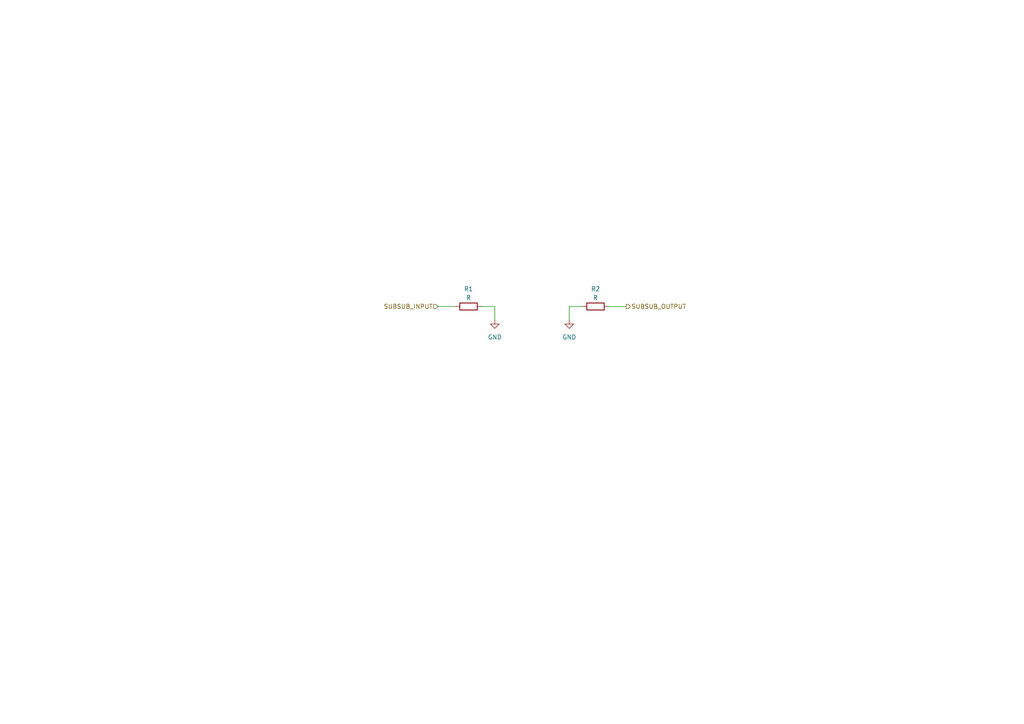
<source format=kicad_sch>
(kicad_sch (version 20210406) (generator eeschema)
  (paper "A4")
  (lib_symbols
    (symbol "Device:R" (pin_numbers hide) (pin_names (offset 0))
      (property "Reference" "R" (at 2.032 0 90))
      (property "Value" "R" (at 0 0 90))
      (symbol "R_0_1"
        (rectangle (start -1.016 -2.54) (end 1.016 2.54) (stroke (width 0.254)))
      )
      (symbol "R_1_1"
        (pin passive line (at 0 3.81 270) (length 1.27) (name "~") (number "1"))
        (pin passive line (at 0 -3.81 90) (length 1.27) (name "~") (number "2"))
      )
    )
    (symbol "power:GND" (power) (pin_names (offset 0))
      (property "Value" "GND" (at 0 -3.81 0))
      (symbol "GND_0_1"
        (polyline (pts (xy 0 0) (xy 0 -1.27) (xy 1.27 -1.27) (xy 0 -2.54) (xy -1.27 -1.27) (xy 0 -1.27)))
      )
      (symbol "GND_1_1"
        (pin power_in line (at 0 0 270) (length 0) hide (name "GND") (number "1"))
      )
    )
  )
  (wire (pts (xy 127 88.9) (xy 132.08 88.9)))
  (wire (pts (xy 139.7 88.9) (xy 143.51 88.9)))
  (wire (pts (xy 143.51 88.9) (xy 143.51 92.71)))
  (wire (pts (xy 165.1 88.9) (xy 165.1 92.71)))
  (wire (pts (xy 168.91 88.9) (xy 165.1 88.9)))
  (wire (pts (xy 181.61 88.9) (xy 176.53 88.9)))
  (hierarchical_label "SUBSUB_INPUT" (shape input) (at 127 88.9 180))
  (hierarchical_label "SUBSUB_OUTPUT" (shape output) (at 181.61 88.9 0))
  (symbol (lib_id "power:GND") (at 143.51 92.71 0) (unit 1)
    (property "Reference" "#PWR?" (effects hide))
    (property "Value" "GND" (at 143.51 97.79 0))
  )
  (symbol (lib_id "power:GND") (at 165.1 92.71 0) (mirror y) (unit 1)
    (property "Reference" "#PWR?" (effects hide))
    (property "Value" "GND" (at 165.1 97.79 0))
  )
  (symbol (lib_id "Device:R") (at 135.89 88.9 90) (unit 1)
    (property "Reference" "R1" (at 135.89 83.82 90))
    (property "Value" "R" (at 135.89 86.36 90))
  )
  (symbol (lib_id "Device:R") (at 172.72 88.9 270) (mirror x) (unit 1)
    (property "Reference" "R2" (at 172.72 83.82 90))
    (property "Value" "R" (at 172.72 86.36 90))
  )
)
</source>
